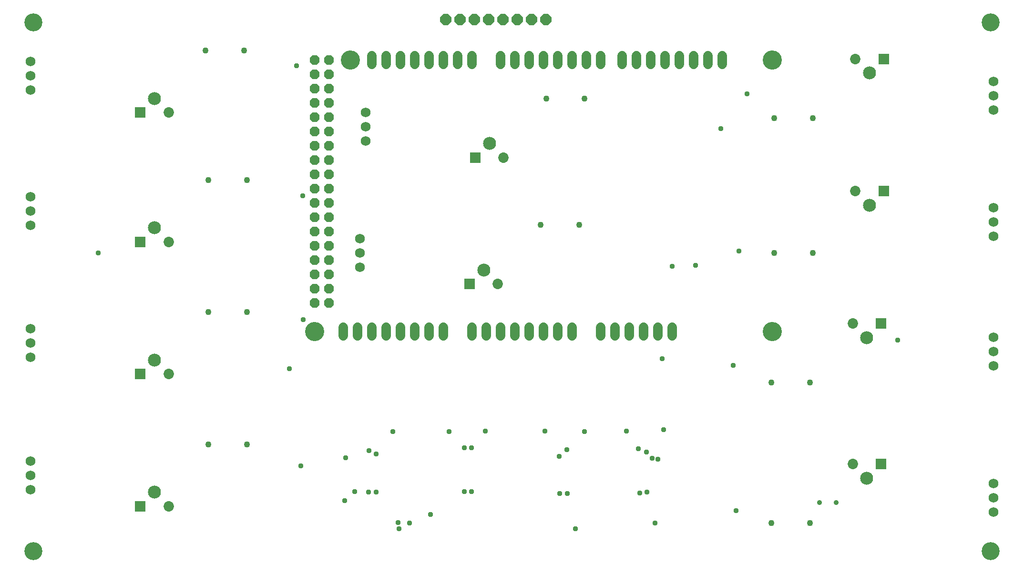
<source format=gbr>
G04 EAGLE Gerber RS-274X export*
G75*
%MOMM*%
%FSLAX34Y34*%
%LPD*%
%INSoldermask Bottom*%
%IPPOS*%
%AMOC8*
5,1,8,0,0,1.08239X$1,22.5*%
G01*
%ADD10C,3.203200*%
%ADD11C,1.103200*%
%ADD12R,1.853200X1.853200*%
%ADD13C,2.303200*%
%ADD14C,1.853200*%
%ADD15C,1.727200*%
%ADD16P,2.144431X8X112.500000*%
%ADD17C,1.727200*%
%ADD18P,1.869504X8X292.500000*%
%ADD19C,3.403200*%
%ADD20C,0.959600*%
%ADD21C,0.909600*%


D10*
X30000Y970000D03*
X30000Y30000D03*
X1730000Y30000D03*
X1730000Y970000D03*
D11*
X404000Y920000D03*
X336000Y920000D03*
X409000Y690000D03*
X341000Y690000D03*
X409000Y455000D03*
X341000Y455000D03*
D12*
X220000Y810000D03*
D13*
X245000Y835000D03*
D14*
X270000Y810000D03*
D12*
X220000Y580000D03*
D13*
X245000Y605000D03*
D14*
X270000Y580000D03*
D12*
X220000Y345000D03*
D13*
X245000Y370000D03*
D14*
X270000Y345000D03*
D15*
X25000Y900400D03*
X25000Y875000D03*
X25000Y849600D03*
X25000Y660400D03*
X25000Y635000D03*
X25000Y609600D03*
X25000Y425400D03*
X25000Y400000D03*
X25000Y374600D03*
D11*
X409000Y220000D03*
X341000Y220000D03*
D12*
X220000Y110000D03*
D13*
X245000Y135000D03*
D14*
X270000Y110000D03*
D15*
X25000Y190400D03*
X25000Y165000D03*
X25000Y139600D03*
D11*
X999000Y610000D03*
X931000Y610000D03*
D12*
X805000Y505000D03*
D13*
X830000Y530000D03*
D14*
X855000Y505000D03*
D15*
X610000Y585400D03*
X610000Y560000D03*
X610000Y534600D03*
D11*
X1009000Y835000D03*
X941000Y835000D03*
D12*
X815000Y730000D03*
D13*
X840000Y755000D03*
D14*
X865000Y730000D03*
D15*
X620000Y810400D03*
X620000Y785000D03*
X620000Y759600D03*
D11*
X1346000Y800000D03*
X1414000Y800000D03*
D12*
X1540000Y905000D03*
D13*
X1515000Y880000D03*
D14*
X1490000Y905000D03*
D15*
X1735000Y814600D03*
X1735000Y840000D03*
X1735000Y865400D03*
D11*
X1346000Y560000D03*
X1414000Y560000D03*
D12*
X1540000Y670000D03*
D13*
X1515000Y645000D03*
D14*
X1490000Y670000D03*
D15*
X1735000Y589600D03*
X1735000Y615000D03*
X1735000Y640400D03*
D11*
X1341000Y330000D03*
X1409000Y330000D03*
D12*
X1535000Y435000D03*
D13*
X1510000Y410000D03*
D14*
X1485000Y435000D03*
D15*
X1735000Y359600D03*
X1735000Y385000D03*
X1735000Y410400D03*
D11*
X1341000Y80000D03*
X1409000Y80000D03*
D12*
X1535000Y185000D03*
D13*
X1510000Y160000D03*
D14*
X1485000Y185000D03*
D15*
X1735000Y99600D03*
X1735000Y125000D03*
X1735000Y150400D03*
D16*
X762100Y975000D03*
X787500Y975000D03*
X812900Y975000D03*
X838300Y975000D03*
X863700Y975000D03*
X889100Y975000D03*
X914500Y975000D03*
X939900Y975000D03*
D17*
X1164800Y428020D02*
X1164800Y412780D01*
X1139400Y412780D02*
X1139400Y428020D01*
X1114000Y428020D02*
X1114000Y412780D01*
X1088600Y412780D02*
X1088600Y428020D01*
X1063200Y428020D02*
X1063200Y412780D01*
X1037800Y412780D02*
X1037800Y428020D01*
X987000Y428020D02*
X987000Y412780D01*
X961600Y412780D02*
X961600Y428020D01*
X936200Y428020D02*
X936200Y412780D01*
X910800Y412780D02*
X910800Y428020D01*
X885400Y428020D02*
X885400Y412780D01*
X860000Y412780D02*
X860000Y428020D01*
X834600Y428020D02*
X834600Y412780D01*
X809200Y412780D02*
X809200Y428020D01*
X758400Y428020D02*
X758400Y412780D01*
X733000Y412780D02*
X733000Y428020D01*
X707600Y428020D02*
X707600Y412780D01*
X682200Y412780D02*
X682200Y428020D01*
X656800Y428020D02*
X656800Y412780D01*
X631400Y412780D02*
X631400Y428020D01*
X606000Y428020D02*
X606000Y412780D01*
X580600Y412780D02*
X580600Y428020D01*
X631400Y895380D02*
X631400Y910620D01*
X656800Y910620D02*
X656800Y895380D01*
X682200Y895380D02*
X682200Y910620D01*
X707600Y910620D02*
X707600Y895380D01*
X733000Y895380D02*
X733000Y910620D01*
X758400Y910620D02*
X758400Y895380D01*
X783800Y895380D02*
X783800Y910620D01*
X809200Y910620D02*
X809200Y895380D01*
X860000Y895380D02*
X860000Y910620D01*
X885400Y910620D02*
X885400Y895380D01*
X910800Y895380D02*
X910800Y910620D01*
X936200Y910620D02*
X936200Y895380D01*
X961600Y895380D02*
X961600Y910620D01*
X987000Y910620D02*
X987000Y895380D01*
X1012400Y895380D02*
X1012400Y910620D01*
X1037800Y910620D02*
X1037800Y895380D01*
X1075900Y895380D02*
X1075900Y910620D01*
X1101300Y910620D02*
X1101300Y895380D01*
X1126700Y895380D02*
X1126700Y910620D01*
X1152100Y910620D02*
X1152100Y895380D01*
X1177500Y895380D02*
X1177500Y910620D01*
X1202900Y910620D02*
X1202900Y895380D01*
X1228300Y895380D02*
X1228300Y910620D01*
X1253700Y910620D02*
X1253700Y895380D01*
D18*
X555200Y903000D03*
X529800Y903000D03*
X555200Y877600D03*
X529800Y877600D03*
X555200Y852200D03*
X529800Y852200D03*
X555200Y826800D03*
X529800Y826800D03*
X555200Y801400D03*
X529800Y801400D03*
X555200Y776000D03*
X529800Y776000D03*
X555200Y750600D03*
X529800Y750600D03*
X555200Y725200D03*
X529800Y725200D03*
X555200Y699800D03*
X529800Y699800D03*
X555200Y674400D03*
X529800Y674400D03*
X555200Y649000D03*
X529800Y649000D03*
X555200Y623600D03*
X529800Y623600D03*
X555200Y598200D03*
X529800Y598200D03*
X555200Y572800D03*
X529800Y572800D03*
X555200Y547400D03*
X529800Y547400D03*
X555200Y522000D03*
X529800Y522000D03*
X555200Y496600D03*
X529800Y496600D03*
X555200Y471200D03*
X529800Y471200D03*
D19*
X1342600Y903000D03*
X1342600Y420400D03*
X593300Y903000D03*
X529800Y420400D03*
D20*
X145000Y560000D03*
X485000Y355000D03*
X497000Y893000D03*
X508000Y662000D03*
X509028Y441972D03*
X505000Y182000D03*
X1297000Y843000D03*
X1283000Y564000D03*
X1565000Y405000D03*
X1273000Y360920D03*
X1147000Y372000D03*
D21*
X1426416Y116280D03*
X1455880Y116280D03*
D20*
X1278000Y102000D03*
X668000Y243000D03*
X767926Y242926D03*
X833000Y244000D03*
X938000Y244000D03*
X1009000Y243000D03*
X1083000Y244000D03*
X584350Y196650D03*
X1251000Y781000D03*
X679000Y70000D03*
X1129000Y195000D03*
X678000Y81000D03*
X1139000Y194000D03*
X638518Y203167D03*
X639000Y135000D03*
X808000Y214000D03*
X808000Y136000D03*
X976970Y210921D03*
X978000Y133000D03*
X1119176Y206824D03*
X1120000Y135000D03*
X582676Y119676D03*
X735376Y95376D03*
X698000Y80000D03*
X1133574Y80574D03*
X992876Y69876D03*
X625818Y209167D03*
X625000Y135000D03*
X795000Y214000D03*
X795000Y136000D03*
X963818Y198569D03*
X965000Y133000D03*
X1104000Y212000D03*
X1107000Y134000D03*
X1149000Y246000D03*
X601000Y136000D03*
X1164306Y537000D03*
X1205694Y538000D03*
M02*

</source>
